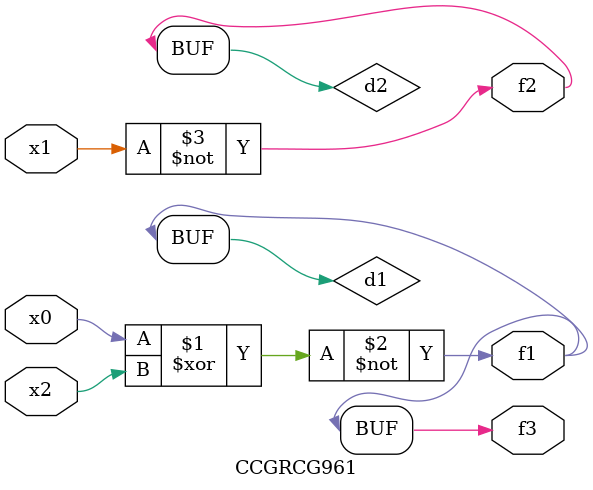
<source format=v>
module CCGRCG961(
	input x0, x1, x2,
	output f1, f2, f3
);

	wire d1, d2, d3;

	xnor (d1, x0, x2);
	nand (d2, x1);
	nor (d3, x1, x2);
	assign f1 = d1;
	assign f2 = d2;
	assign f3 = d1;
endmodule

</source>
